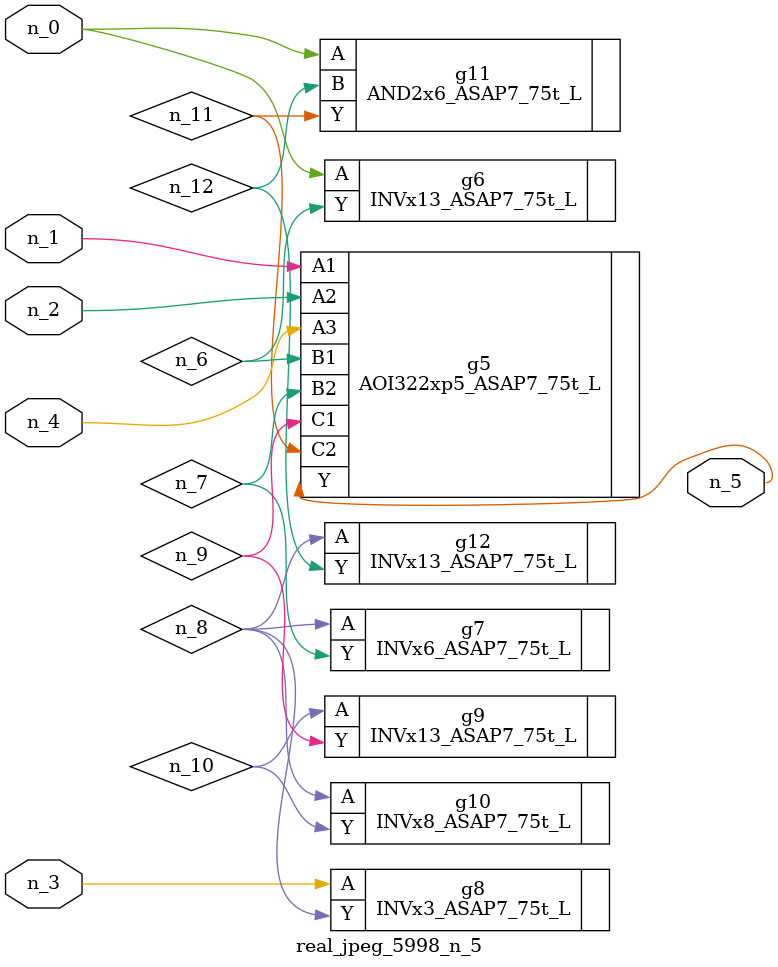
<source format=v>
module real_jpeg_5998_n_5 (n_4, n_0, n_1, n_2, n_3, n_5);

input n_4;
input n_0;
input n_1;
input n_2;
input n_3;

output n_5;

wire n_12;
wire n_8;
wire n_11;
wire n_6;
wire n_7;
wire n_10;
wire n_9;

INVx13_ASAP7_75t_L g6 ( 
.A(n_0),
.Y(n_6)
);

AND2x6_ASAP7_75t_L g11 ( 
.A(n_0),
.B(n_12),
.Y(n_11)
);

AOI322xp5_ASAP7_75t_L g5 ( 
.A1(n_1),
.A2(n_2),
.A3(n_4),
.B1(n_6),
.B2(n_7),
.C1(n_9),
.C2(n_11),
.Y(n_5)
);

INVx3_ASAP7_75t_L g8 ( 
.A(n_3),
.Y(n_8)
);

INVx6_ASAP7_75t_L g7 ( 
.A(n_8),
.Y(n_7)
);

INVx8_ASAP7_75t_L g10 ( 
.A(n_8),
.Y(n_10)
);

INVx13_ASAP7_75t_L g12 ( 
.A(n_8),
.Y(n_12)
);

INVx13_ASAP7_75t_L g9 ( 
.A(n_10),
.Y(n_9)
);


endmodule
</source>
